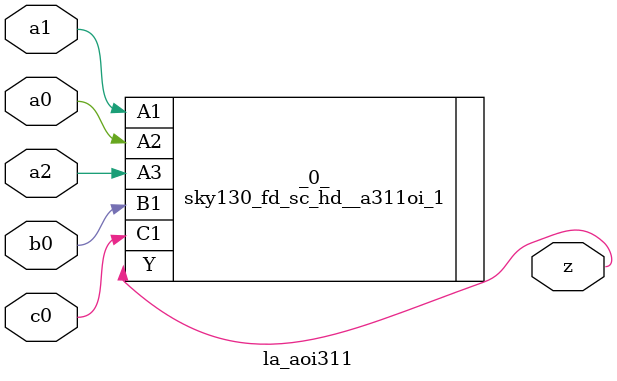
<source format=v>

/* Generated by Yosys 0.37 (git sha1 a5c7f69ed, clang 14.0.0-1ubuntu1.1 -fPIC -Os) */

module la_aoi311(a0, a1, a2, b0, c0, z);
  input a0;
  wire a0;
  input a1;
  wire a1;
  input a2;
  wire a2;
  input b0;
  wire b0;
  input c0;
  wire c0;
  output z;
  wire z;
  sky130_fd_sc_hd__a311oi_1 _0_ (
    .A1(a1),
    .A2(a0),
    .A3(a2),
    .B1(b0),
    .C1(c0),
    .Y(z)
  );
endmodule

</source>
